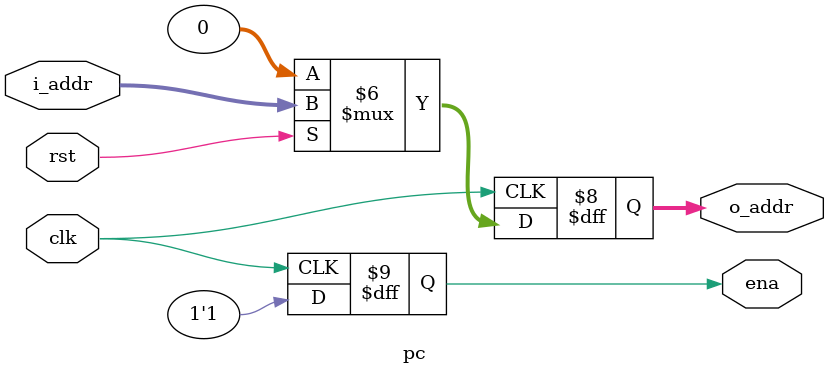
<source format=v>
`timescale 1ns / 1ps

module pc(
    input clk,
    input rst,
    input [31:0] i_addr,

    output reg[31:0]o_addr,
    output reg ena
);
    always @(posedge clk) begin
        if (~rst) begin
            o_addr=0;
            ena=1;
        end
        else begin
            o_addr=i_addr;
            ena=1;
        end
    end
endmodule

</source>
